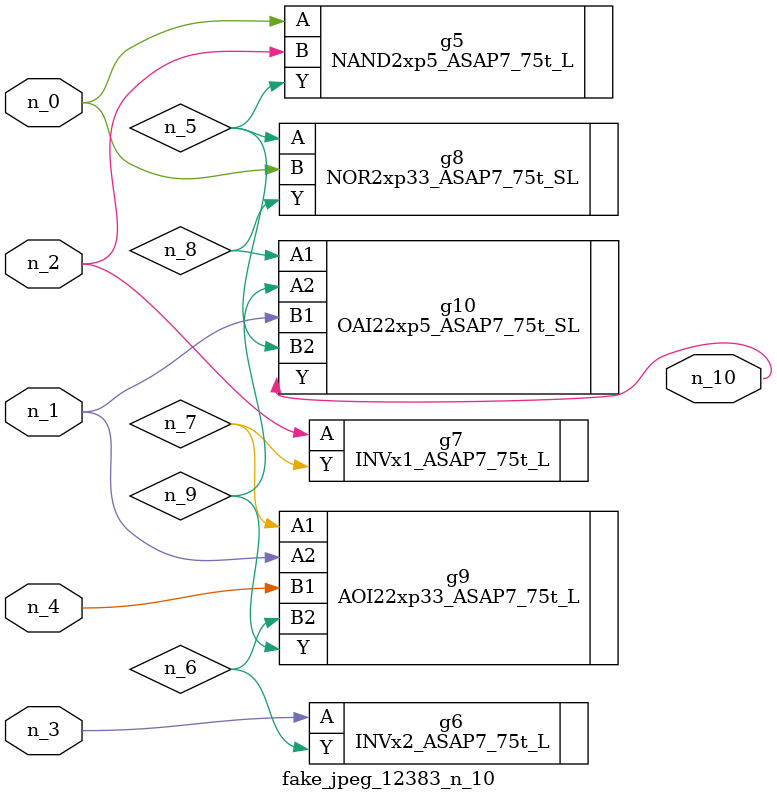
<source format=v>
module fake_jpeg_12383_n_10 (n_3, n_2, n_1, n_0, n_4, n_10);

input n_3;
input n_2;
input n_1;
input n_0;
input n_4;

output n_10;

wire n_8;
wire n_9;
wire n_6;
wire n_5;
wire n_7;

NAND2xp5_ASAP7_75t_L g5 ( 
.A(n_0),
.B(n_2),
.Y(n_5)
);

INVx2_ASAP7_75t_L g6 ( 
.A(n_3),
.Y(n_6)
);

INVx1_ASAP7_75t_L g7 ( 
.A(n_2),
.Y(n_7)
);

NOR2xp33_ASAP7_75t_SL g8 ( 
.A(n_5),
.B(n_0),
.Y(n_8)
);

OAI22xp5_ASAP7_75t_SL g10 ( 
.A1(n_8),
.A2(n_9),
.B1(n_1),
.B2(n_5),
.Y(n_10)
);

AOI22xp33_ASAP7_75t_L g9 ( 
.A1(n_7),
.A2(n_1),
.B1(n_4),
.B2(n_6),
.Y(n_9)
);


endmodule
</source>
